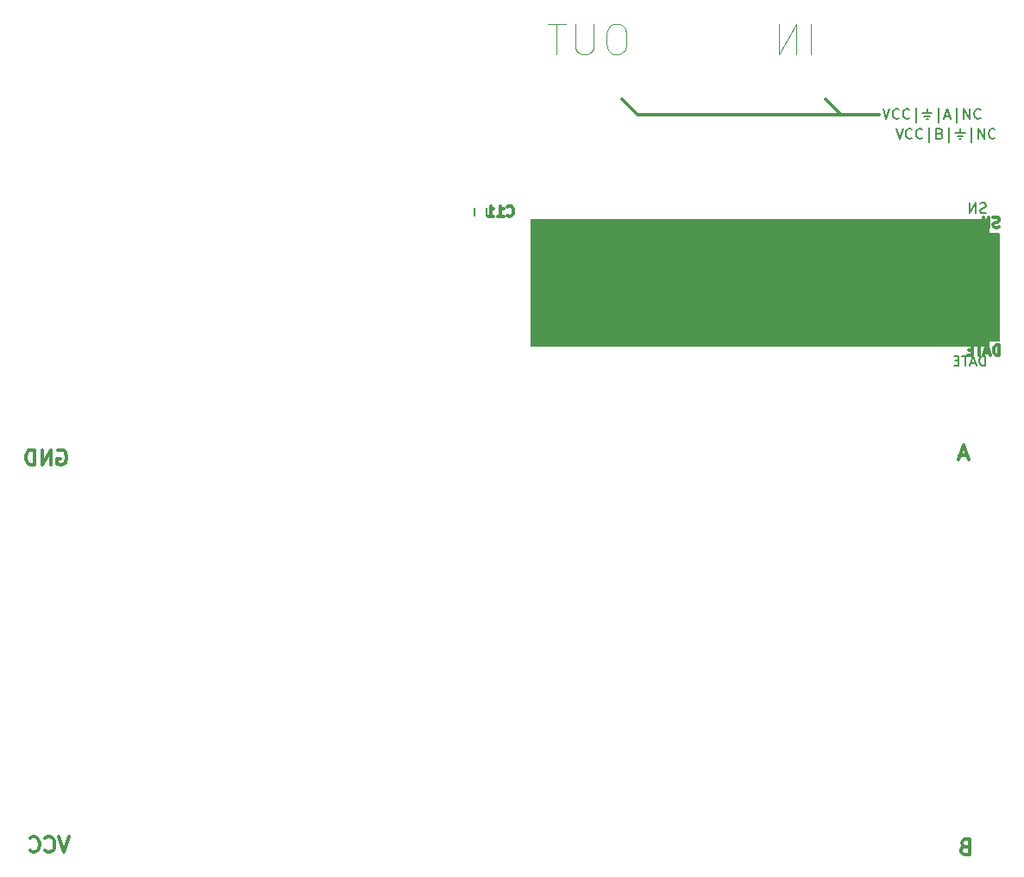
<source format=gbr>
From 3994a2576b073a1c3dc5dd85e95e63add8eb71a4 Mon Sep 17 00:00:00 2001
From: jaseg <git-bigdata-wsl-arch@jaseg.de>
Date: Mon, 18 Apr 2022 16:19:03 +0200
Subject: Update PCBs

---
 driver/gerber/driver-B_SilkS.gbr | 544 +++++++++++++++++++++++++++------------
 1 file changed, 385 insertions(+), 159 deletions(-)

(limited to 'driver/gerber/driver-B_SilkS.gbr')

diff --git a/driver/gerber/driver-B_SilkS.gbr b/driver/gerber/driver-B_SilkS.gbr
index 7c9c013..dfdf52f 100644
--- a/driver/gerber/driver-B_SilkS.gbr
+++ b/driver/gerber/driver-B_SilkS.gbr
@@ -1,159 +1,385 @@
-G04 #@! TF.GenerationSoftware,KiCad,Pcbnew,(5.1.0-344-gd281f051e)*
-G04 #@! TF.CreationDate,2019-04-25T22:00:11+09:00*
-G04 #@! TF.ProjectId,driver,64726976-6572-42e6-9b69-6361645f7063,rev?*
-G04 #@! TF.SameCoordinates,Original*
-G04 #@! TF.FileFunction,Legend,Bot*
-G04 #@! TF.FilePolarity,Positive*
-%FSLAX46Y46*%
-G04 Gerber Fmt 4.6, Leading zero omitted, Abs format (unit mm)*
-G04 Created by KiCad (PCBNEW (5.1.0-344-gd281f051e)) date 2019-04-25 22:00:11*
-%MOMM*%
-%LPD*%
-G04 APERTURE LIST*
-%ADD10C,0.150000*%
-%ADD11C,0.100000*%
-%ADD12C,0.600000*%
-%ADD13C,0.120000*%
-G04 APERTURE END LIST*
-D10*
-X168523809Y-90902380D02*
-X168523809Y-89902380D01*
-X168285714Y-89902380D01*
-X168142857Y-89950000D01*
-X168047619Y-90045238D01*
-X168000000Y-90140476D01*
-X167952380Y-90330952D01*
-X167952380Y-90473809D01*
-X168000000Y-90664285D01*
-X168047619Y-90759523D01*
-X168142857Y-90854761D01*
-X168285714Y-90902380D01*
-X168523809Y-90902380D01*
-X167571428Y-90616666D02*
-X167095238Y-90616666D01*
-X167666666Y-90902380D02*
-X167333333Y-89902380D01*
-X167000000Y-90902380D01*
-X166809523Y-89902380D02*
-X166238095Y-89902380D01*
-X166523809Y-90902380D02*
-X166523809Y-89902380D01*
-X165904761Y-90378571D02*
-X165571428Y-90378571D01*
-X165428571Y-90902380D02*
-X165904761Y-90902380D01*
-X165904761Y-89902380D01*
-X165428571Y-89902380D01*
-X168509523Y-78304761D02*
-X168366666Y-78352380D01*
-X168128571Y-78352380D01*
-X168033333Y-78304761D01*
-X167985714Y-78257142D01*
-X167938095Y-78161904D01*
-X167938095Y-78066666D01*
-X167985714Y-77971428D01*
-X168033333Y-77923809D01*
-X168128571Y-77876190D01*
-X168319047Y-77828571D01*
-X168414285Y-77780952D01*
-X168461904Y-77733333D01*
-X168509523Y-77638095D01*
-X168509523Y-77542857D01*
-X168461904Y-77447619D01*
-X168414285Y-77400000D01*
-X168319047Y-77352380D01*
-X168080952Y-77352380D01*
-X167938095Y-77400000D01*
-X167509523Y-78352380D02*
-X167509523Y-77352380D01*
-X166938095Y-78352380D01*
-X166938095Y-77352380D01*
-D11*
-G36*
-X168500000Y-89450000D02*
-G01*
-X128500000Y-89450000D01*
-X128500000Y-78950000D01*
-X168500000Y-78950000D01*
-X168500000Y-89450000D01*
-G37*
-X168500000Y-89450000D02*
-X128500000Y-89450000D01*
-X128500000Y-78950000D01*
-X168500000Y-78950000D01*
-X168500000Y-89450000D01*
-D12*
-X131250000Y-58357142D02*
-X130678571Y-58357142D01*
-X130392857Y-58500000D01*
-X130107142Y-58785714D01*
-X129964285Y-59357142D01*
-X129964285Y-60357142D01*
-X130107142Y-60928571D01*
-X130392857Y-61214285D01*
-X130678571Y-61357142D01*
-X131250000Y-61357142D01*
-X131535714Y-61214285D01*
-X131821428Y-60928571D01*
-X131964285Y-60357142D01*
-X131964285Y-59357142D01*
-X131821428Y-58785714D01*
-X131535714Y-58500000D01*
-X131250000Y-58357142D01*
-X128678571Y-58357142D02*
-X128678571Y-60785714D01*
-X128535714Y-61071428D01*
-X128392857Y-61214285D01*
-X128107142Y-61357142D01*
-X127535714Y-61357142D01*
-X127250000Y-61214285D01*
-X127107142Y-61071428D01*
-X126964285Y-60785714D01*
-X126964285Y-58357142D01*
-X125964285Y-58357142D02*
-X124250000Y-58357142D01*
-X125107142Y-61357142D02*
-X125107142Y-58357142D01*
-X150071428Y-61357142D02*
-X150071428Y-58357142D01*
-X148642857Y-61357142D02*
-X148642857Y-58357142D01*
-X146928571Y-61357142D01*
-X146928571Y-58357142D01*
-D13*
-X117000000Y-76450000D02*
-X117000000Y-77150000D01*
-X118200000Y-77150000D02*
-X118200000Y-76450000D01*
-D10*
-X120242857Y-77157142D02*
-X120290476Y-77204761D01*
-X120433333Y-77252380D01*
-X120528571Y-77252380D01*
-X120671428Y-77204761D01*
-X120766666Y-77109523D01*
-X120814285Y-77014285D01*
-X120861904Y-76823809D01*
-X120861904Y-76680952D01*
-X120814285Y-76490476D01*
-X120766666Y-76395238D01*
-X120671428Y-76300000D01*
-X120528571Y-76252380D01*
-X120433333Y-76252380D01*
-X120290476Y-76300000D01*
-X120242857Y-76347619D01*
-X119290476Y-77252380D02*
-X119861904Y-77252380D01*
-X119576190Y-77252380D02*
-X119576190Y-76252380D01*
-X119671428Y-76395238D01*
-X119766666Y-76490476D01*
-X119861904Y-76538095D01*
-X118338095Y-77252380D02*
-X118909523Y-77252380D01*
-X118623809Y-77252380D02*
-X118623809Y-76252380D01*
-X118719047Y-76395238D01*
-X118814285Y-76490476D01*
-X118909523Y-76538095D01*
-M02*
+G04 #@! TF.GenerationSoftware,KiCad,Pcbnew,(5.1.5)-3*
+G04 #@! TF.CreationDate,2020-05-02T20:20:03+02:00*
+G04 #@! TF.ProjectId,driver,64726976-6572-42e6-9b69-6361645f7063,rev?*
+G04 #@! TF.SameCoordinates,Original*
+G04 #@! TF.FileFunction,Legend,Bot*
+G04 #@! TF.FilePolarity,Positive*
+%FSLAX46Y46*%
+G04 Gerber Fmt 4.6, Leading zero omitted, Abs format (unit mm)*
+G04 Created by KiCad (PCBNEW (5.1.5)-3) date 2020-05-02 20:20:03*
+%MOMM*%
+%LPD*%
+G04 APERTURE LIST*
+%ADD10C,0.300000*%
+%ADD11C,0.200000*%
+%ADD12C,0.100000*%
+%ADD13C,0.150000*%
+%ADD14C,0.120000*%
+G04 APERTURE END LIST*
+D10*
+X165357142Y-100750000D02*
+X164642857Y-100750000D01*
+X165500000Y-101178571D02*
+X165000000Y-99678571D01*
+X164500000Y-101178571D01*
+X165142857Y-139142857D02*
+X164928571Y-139214285D01*
+X164857142Y-139285714D01*
+X164785714Y-139428571D01*
+X164785714Y-139642857D01*
+X164857142Y-139785714D01*
+X164928571Y-139857142D01*
+X165071428Y-139928571D01*
+X165642857Y-139928571D01*
+X165642857Y-138428571D01*
+X165142857Y-138428571D01*
+X165000000Y-138500000D01*
+X164928571Y-138571428D01*
+X164857142Y-138714285D01*
+X164857142Y-138857142D01*
+X164928571Y-139000000D01*
+X165000000Y-139071428D01*
+X165142857Y-139142857D01*
+X165642857Y-139142857D01*
+X77250000Y-138178571D02*
+X76750000Y-139678571D01*
+X76250000Y-138178571D01*
+X74892857Y-139535714D02*
+X74964285Y-139607142D01*
+X75178571Y-139678571D01*
+X75321428Y-139678571D01*
+X75535714Y-139607142D01*
+X75678571Y-139464285D01*
+X75750000Y-139321428D01*
+X75821428Y-139035714D01*
+X75821428Y-138821428D01*
+X75750000Y-138535714D01*
+X75678571Y-138392857D01*
+X75535714Y-138250000D01*
+X75321428Y-138178571D01*
+X75178571Y-138178571D01*
+X74964285Y-138250000D01*
+X74892857Y-138321428D01*
+X73392857Y-139535714D02*
+X73464285Y-139607142D01*
+X73678571Y-139678571D01*
+X73821428Y-139678571D01*
+X74035714Y-139607142D01*
+X74178571Y-139464285D01*
+X74250000Y-139321428D01*
+X74321428Y-139035714D01*
+X74321428Y-138821428D01*
+X74250000Y-138535714D01*
+X74178571Y-138392857D01*
+X74035714Y-138250000D01*
+X73821428Y-138178571D01*
+X73678571Y-138178571D01*
+X73464285Y-138250000D01*
+X73392857Y-138321428D01*
+X76142857Y-100250000D02*
+X76285714Y-100178571D01*
+X76500000Y-100178571D01*
+X76714285Y-100250000D01*
+X76857142Y-100392857D01*
+X76928571Y-100535714D01*
+X77000000Y-100821428D01*
+X77000000Y-101035714D01*
+X76928571Y-101321428D01*
+X76857142Y-101464285D01*
+X76714285Y-101607142D01*
+X76500000Y-101678571D01*
+X76357142Y-101678571D01*
+X76142857Y-101607142D01*
+X76071428Y-101535714D01*
+X76071428Y-101035714D01*
+X76357142Y-101035714D01*
+X75428571Y-101678571D02*
+X75428571Y-100178571D01*
+X74571428Y-101678571D01*
+X74571428Y-100178571D01*
+X73857142Y-101678571D02*
+X73857142Y-100178571D01*
+X73500000Y-100178571D01*
+X73285714Y-100250000D01*
+X73142857Y-100392857D01*
+X73071428Y-100535714D01*
+X73000000Y-100821428D01*
+X73000000Y-101035714D01*
+X73071428Y-101321428D01*
+X73142857Y-101464285D01*
+X73285714Y-101607142D01*
+X73500000Y-101678571D01*
+X73857142Y-101678571D01*
+X153000000Y-67250000D02*
+X151500000Y-65750000D01*
+X133000000Y-67250000D02*
+X131500000Y-65750000D01*
+X156750000Y-67250000D02*
+X133000000Y-67250000D01*
+D11*
+X158395238Y-68652380D02*
+X158728571Y-69652380D01*
+X159061904Y-68652380D01*
+X159966666Y-69557142D02*
+X159919047Y-69604761D01*
+X159776190Y-69652380D01*
+X159680952Y-69652380D01*
+X159538095Y-69604761D01*
+X159442857Y-69509523D01*
+X159395238Y-69414285D01*
+X159347619Y-69223809D01*
+X159347619Y-69080952D01*
+X159395238Y-68890476D01*
+X159442857Y-68795238D01*
+X159538095Y-68700000D01*
+X159680952Y-68652380D01*
+X159776190Y-68652380D01*
+X159919047Y-68700000D01*
+X159966666Y-68747619D01*
+X160966666Y-69557142D02*
+X160919047Y-69604761D01*
+X160776190Y-69652380D01*
+X160680952Y-69652380D01*
+X160538095Y-69604761D01*
+X160442857Y-69509523D01*
+X160395238Y-69414285D01*
+X160347619Y-69223809D01*
+X160347619Y-69080952D01*
+X160395238Y-68890476D01*
+X160442857Y-68795238D01*
+X160538095Y-68700000D01*
+X160680952Y-68652380D01*
+X160776190Y-68652380D01*
+X160919047Y-68700000D01*
+X160966666Y-68747619D01*
+X161633333Y-69985714D02*
+X161633333Y-68557142D01*
+X162680952Y-69128571D02*
+X162823809Y-69176190D01*
+X162871428Y-69223809D01*
+X162919047Y-69319047D01*
+X162919047Y-69461904D01*
+X162871428Y-69557142D01*
+X162823809Y-69604761D01*
+X162728571Y-69652380D01*
+X162347619Y-69652380D01*
+X162347619Y-68652380D01*
+X162680952Y-68652380D01*
+X162776190Y-68700000D01*
+X162823809Y-68747619D01*
+X162871428Y-68842857D01*
+X162871428Y-68938095D01*
+X162823809Y-69033333D01*
+X162776190Y-69080952D01*
+X162680952Y-69128571D01*
+X162347619Y-69128571D01*
+X163585714Y-69985714D02*
+X163585714Y-68557142D01*
+X164204761Y-69080952D02*
+X165157142Y-69080952D01*
+X164395238Y-69366666D02*
+X164966666Y-69366666D01*
+X164680952Y-68652380D02*
+X164680952Y-69080952D01*
+X164776190Y-69652380D02*
+X164585714Y-69652380D01*
+X165776190Y-69985714D02*
+X165776190Y-68557142D01*
+X166490476Y-69652380D02*
+X166490476Y-68652380D01*
+X167061904Y-69652380D01*
+X167061904Y-68652380D01*
+X168109523Y-69557142D02*
+X168061904Y-69604761D01*
+X167919047Y-69652380D01*
+X167823809Y-69652380D01*
+X167680952Y-69604761D01*
+X167585714Y-69509523D01*
+X167538095Y-69414285D01*
+X167490476Y-69223809D01*
+X167490476Y-69080952D01*
+X167538095Y-68890476D01*
+X167585714Y-68795238D01*
+X167680952Y-68700000D01*
+X167823809Y-68652380D01*
+X167919047Y-68652380D01*
+X168061904Y-68700000D01*
+X168109523Y-68747619D01*
+X157116666Y-66702380D02*
+X157450000Y-67702380D01*
+X157783333Y-66702380D01*
+X158688095Y-67607142D02*
+X158640476Y-67654761D01*
+X158497619Y-67702380D01*
+X158402380Y-67702380D01*
+X158259523Y-67654761D01*
+X158164285Y-67559523D01*
+X158116666Y-67464285D01*
+X158069047Y-67273809D01*
+X158069047Y-67130952D01*
+X158116666Y-66940476D01*
+X158164285Y-66845238D01*
+X158259523Y-66750000D01*
+X158402380Y-66702380D01*
+X158497619Y-66702380D01*
+X158640476Y-66750000D01*
+X158688095Y-66797619D01*
+X159688095Y-67607142D02*
+X159640476Y-67654761D01*
+X159497619Y-67702380D01*
+X159402380Y-67702380D01*
+X159259523Y-67654761D01*
+X159164285Y-67559523D01*
+X159116666Y-67464285D01*
+X159069047Y-67273809D01*
+X159069047Y-67130952D01*
+X159116666Y-66940476D01*
+X159164285Y-66845238D01*
+X159259523Y-66750000D01*
+X159402380Y-66702380D01*
+X159497619Y-66702380D01*
+X159640476Y-66750000D01*
+X159688095Y-66797619D01*
+X160354761Y-68035714D02*
+X160354761Y-66607142D01*
+X160973809Y-67130952D02*
+X161926190Y-67130952D01*
+X161164285Y-67416666D02*
+X161735714Y-67416666D01*
+X161450000Y-66702380D02*
+X161450000Y-67130952D01*
+X161545238Y-67702380D02*
+X161354761Y-67702380D01*
+X162545238Y-68035714D02*
+X162545238Y-66607142D01*
+X163211904Y-67416666D02*
+X163688095Y-67416666D01*
+X163116666Y-67702380D02*
+X163450000Y-66702380D01*
+X163783333Y-67702380D01*
+X164354761Y-68035714D02*
+X164354761Y-66607142D01*
+X165069047Y-67702380D02*
+X165069047Y-66702380D01*
+X165640476Y-67702380D01*
+X165640476Y-66702380D01*
+X166688095Y-67607142D02*
+X166640476Y-67654761D01*
+X166497619Y-67702380D01*
+X166402380Y-67702380D01*
+X166259523Y-67654761D01*
+X166164285Y-67559523D01*
+X166116666Y-67464285D01*
+X166069047Y-67273809D01*
+X166069047Y-67130952D01*
+X166116666Y-66940476D01*
+X166164285Y-66845238D01*
+X166259523Y-66750000D01*
+X166402380Y-66702380D01*
+X166497619Y-66702380D01*
+X166640476Y-66750000D01*
+X166688095Y-66797619D01*
+D12*
+G36*
+X167500000Y-90000000D02*
+G01*
+X122500000Y-90000000D01*
+X122500000Y-77500000D01*
+X167500000Y-77500000D01*
+X167500000Y-90000000D01*
+G37*
+X167500000Y-90000000D02*
+X122500000Y-90000000D01*
+X122500000Y-77500000D01*
+X167500000Y-77500000D01*
+X167500000Y-90000000D01*
+D13*
+X167164404Y-91952380D02*
+X167164404Y-90952380D01*
+X166926309Y-90952380D01*
+X166783452Y-91000000D01*
+X166688214Y-91095238D01*
+X166640595Y-91190476D01*
+X166592976Y-91380952D01*
+X166592976Y-91523809D01*
+X166640595Y-91714285D01*
+X166688214Y-91809523D01*
+X166783452Y-91904761D01*
+X166926309Y-91952380D01*
+X167164404Y-91952380D01*
+X166212023Y-91666666D02*
+X165735833Y-91666666D01*
+X166307261Y-91952380D02*
+X165973928Y-90952380D01*
+X165640595Y-91952380D01*
+X165450119Y-90952380D02*
+X164878690Y-90952380D01*
+X165164404Y-91952380D02*
+X165164404Y-90952380D01*
+X164545357Y-91428571D02*
+X164212023Y-91428571D01*
+X164069166Y-91952380D02*
+X164545357Y-91952380D01*
+X164545357Y-90952380D01*
+X164069166Y-90952380D01*
+X167212023Y-76904761D02*
+X167069166Y-76952380D01*
+X166831071Y-76952380D01*
+X166735833Y-76904761D01*
+X166688214Y-76857142D01*
+X166640595Y-76761904D01*
+X166640595Y-76666666D01*
+X166688214Y-76571428D01*
+X166735833Y-76523809D01*
+X166831071Y-76476190D01*
+X167021547Y-76428571D01*
+X167116785Y-76380952D01*
+X167164404Y-76333333D01*
+X167212023Y-76238095D01*
+X167212023Y-76142857D01*
+X167164404Y-76047619D01*
+X167116785Y-76000000D01*
+X167021547Y-75952380D01*
+X166783452Y-75952380D01*
+X166640595Y-76000000D01*
+X166212023Y-76952380D02*
+X166212023Y-75952380D01*
+X165640595Y-76952380D01*
+X165640595Y-75952380D01*
+D14*
+X118200000Y-77150000D02*
+X118200000Y-76450000D01*
+X117000000Y-76450000D02*
+X117000000Y-77150000D01*
+D13*
+X120242857Y-77157142D02*
+X120290476Y-77204761D01*
+X120433333Y-77252380D01*
+X120528571Y-77252380D01*
+X120671428Y-77204761D01*
+X120766666Y-77109523D01*
+X120814285Y-77014285D01*
+X120861904Y-76823809D01*
+X120861904Y-76680952D01*
+X120814285Y-76490476D01*
+X120766666Y-76395238D01*
+X120671428Y-76300000D01*
+X120528571Y-76252380D01*
+X120433333Y-76252380D01*
+X120290476Y-76300000D01*
+X120242857Y-76347619D01*
+X119290476Y-77252380D02*
+X119861904Y-77252380D01*
+X119576190Y-77252380D02*
+X119576190Y-76252380D01*
+X119671428Y-76395238D01*
+X119766666Y-76490476D01*
+X119861904Y-76538095D01*
+X118338095Y-77252380D02*
+X118909523Y-77252380D01*
+X118623809Y-77252380D02*
+X118623809Y-76252380D01*
+X118719047Y-76395238D01*
+X118814285Y-76490476D01*
+X118909523Y-76538095D01*
+M02*
-- 
cgit 


</source>
